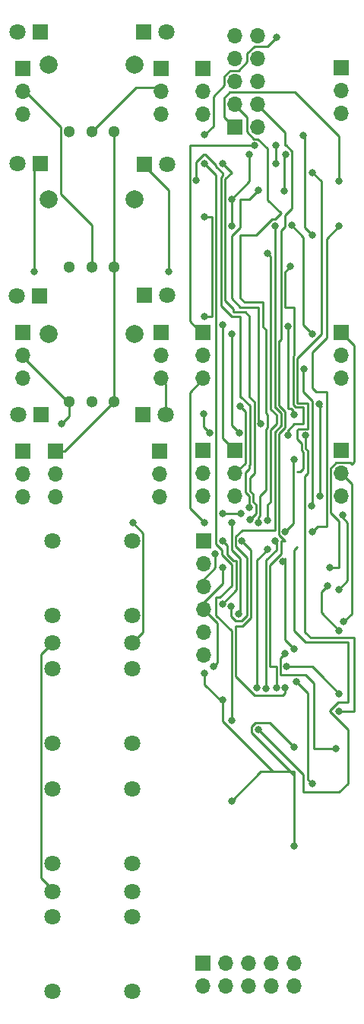
<source format=gbr>
%TF.GenerationSoftware,KiCad,Pcbnew,5.1.8*%
%TF.CreationDate,2020-11-17T21:54:47+01:00*%
%TF.ProjectId,kompas,6b6f6d70-6173-42e6-9b69-6361645f7063,rev?*%
%TF.SameCoordinates,Original*%
%TF.FileFunction,Copper,L2,Bot*%
%TF.FilePolarity,Positive*%
%FSLAX46Y46*%
G04 Gerber Fmt 4.6, Leading zero omitted, Abs format (unit mm)*
G04 Created by KiCad (PCBNEW 5.1.8) date 2020-11-17 21:54:47*
%MOMM*%
%LPD*%
G01*
G04 APERTURE LIST*
%TA.AperFunction,ComponentPad*%
%ADD10C,1.800000*%
%TD*%
%TA.AperFunction,ComponentPad*%
%ADD11O,1.700000X1.700000*%
%TD*%
%TA.AperFunction,ComponentPad*%
%ADD12R,1.700000X1.700000*%
%TD*%
%TA.AperFunction,ComponentPad*%
%ADD13R,1.800000X1.800000*%
%TD*%
%TA.AperFunction,ComponentPad*%
%ADD14C,1.300000*%
%TD*%
%TA.AperFunction,ComponentPad*%
%ADD15C,2.000000*%
%TD*%
%TA.AperFunction,ViaPad*%
%ADD16C,0.800000*%
%TD*%
%TA.AperFunction,Conductor*%
%ADD17C,0.250000*%
%TD*%
G04 APERTURE END LIST*
D10*
%TO.P,J_OUT0,3*%
%TO.N,OUT0_T*%
X102906116Y-119515380D03*
%TO.P,J_OUT0,2*%
%TO.N,Net-(J_OUT0-Pad2)*%
X102906116Y-111215380D03*
%TD*%
%TO.P,J_IN0,3*%
%TO.N,IN0_T*%
X94016116Y-119515380D03*
%TO.P,J_IN0,2*%
%TO.N,Net-(J_IN0-Pad2)*%
X94016116Y-111215380D03*
%TD*%
%TO.P,J_IN2,3*%
%TO.N,IN2_T*%
X93980000Y-147160000D03*
%TO.P,J_IN2,2*%
%TO.N,Net-(J_IN2-Pad2)*%
X93980000Y-138860000D03*
%TD*%
%TO.P,J_OUT2,3*%
%TO.N,OUT2_T*%
X102870000Y-147160000D03*
%TO.P,J_OUT2,2*%
%TO.N,Net-(J_OUT2-Pad2)*%
X102870000Y-138860000D03*
%TD*%
D11*
%TO.P,J6,3*%
%TO.N,LED1_A_B*%
X110771692Y-49486200D03*
%TO.P,J6,2*%
%TO.N,POT1_B*%
X110771692Y-46946200D03*
D12*
%TO.P,J6,1*%
%TO.N,LED0_A_B*%
X110771692Y-44406200D03*
%TD*%
%TO.P,J20,1*%
%TO.N,VCC_T*%
X94363691Y-87062793D03*
D11*
%TO.P,J20,2*%
%TO.N,RESET_T*%
X94363691Y-89602793D03*
%TO.P,J20,3*%
%TO.N,CLOCK_T*%
X94363691Y-92142793D03*
%TD*%
%TO.P,J12,3*%
%TO.N,CLOCK_B*%
X114366008Y-92052988D03*
%TO.P,J12,2*%
%TO.N,RESET_B*%
X114366008Y-89512988D03*
D12*
%TO.P,J12,1*%
%TO.N,VCC_B*%
X114366008Y-86972988D03*
%TD*%
D11*
%TO.P,J19,3*%
%TO.N,CLOCK_LED_T*%
X90720271Y-78853952D03*
%TO.P,J19,2*%
%TO.N,GND_T*%
X90720271Y-76313952D03*
D12*
%TO.P,J19,1*%
%TO.N,LED2_A_T*%
X90720271Y-73773952D03*
%TD*%
D11*
%TO.P,J18,3*%
%TO.N,OUT2_T*%
X105918000Y-92138500D03*
%TO.P,J18,2*%
%TO.N,OUT1_T*%
X105918000Y-89598500D03*
D12*
%TO.P,J18,1*%
%TO.N,OUT0_T*%
X105918000Y-87058500D03*
%TD*%
D11*
%TO.P,J16,3*%
%TO.N,IN2_T*%
X90741500Y-92138500D03*
%TO.P,J16,2*%
%TO.N,IN1_T*%
X90741500Y-89598500D03*
D12*
%TO.P,J16,1*%
%TO.N,IN0_T*%
X90741500Y-87058500D03*
%TD*%
D11*
%TO.P,J15,3*%
%TO.N,RESET_LED_T*%
X106107362Y-78853952D03*
%TO.P,J15,2*%
%TO.N,POT2_T*%
X106107362Y-76313952D03*
D12*
%TO.P,J15,1*%
%TO.N,OUT_LED2_T*%
X106107362Y-73773952D03*
%TD*%
D11*
%TO.P,J14,3*%
%TO.N,OUT_LED1_T*%
X106104316Y-49515441D03*
%TO.P,J14,2*%
%TO.N,POT0_T*%
X106104316Y-46975441D03*
D12*
%TO.P,J14,1*%
%TO.N,OUT_LED0_T*%
X106104316Y-44435441D03*
%TD*%
D11*
%TO.P,J13,3*%
%TO.N,LED1_A_T*%
X90703287Y-49538670D03*
%TO.P,J13,2*%
%TO.N,POT1_T*%
X90703287Y-46998670D03*
D12*
%TO.P,J13,1*%
%TO.N,LED0_A_T*%
X90703287Y-44458670D03*
%TD*%
D11*
%TO.P,J11,3*%
%TO.N,CLOCK_LED_B*%
X110745537Y-78856062D03*
%TO.P,J11,2*%
%TO.N,GND_B*%
X110745537Y-76316062D03*
D12*
%TO.P,J11,1*%
%TO.N,LED2_A_B*%
X110745537Y-73776062D03*
%TD*%
D11*
%TO.P,J10,3*%
%TO.N,OUT2_B*%
X126181747Y-92043749D03*
%TO.P,J10,2*%
%TO.N,OUT1_B*%
X126181747Y-89503749D03*
D12*
%TO.P,J10,1*%
%TO.N,OUT0_B*%
X126181747Y-86963749D03*
%TD*%
D11*
%TO.P,J9,3*%
%TO.N,IN2_B*%
X110754167Y-92052988D03*
%TO.P,J9,2*%
%TO.N,IN1_B*%
X110754167Y-89512988D03*
D12*
%TO.P,J9,1*%
%TO.N,IN0_B*%
X110754167Y-86972988D03*
%TD*%
D11*
%TO.P,J8,3*%
%TO.N,RESET_LED_B*%
X126167215Y-78856062D03*
%TO.P,J8,2*%
%TO.N,POT2_B*%
X126167215Y-76316062D03*
D12*
%TO.P,J8,1*%
%TO.N,OUT_LED2_B*%
X126167215Y-73776062D03*
%TD*%
D11*
%TO.P,J7,3*%
%TO.N,OUT_LED1_B*%
X126195950Y-49439741D03*
%TO.P,J7,2*%
%TO.N,POT0_B*%
X126195950Y-46899741D03*
D12*
%TO.P,J7,1*%
%TO.N,OUT_LED0_B*%
X126195950Y-44359741D03*
%TD*%
D10*
%TO.P,D2,2*%
%TO.N,OUT_LED0_T*%
X106728923Y-40377027D03*
D13*
%TO.P,D2,1*%
%TO.N,Net-(D2-Pad1)*%
X104188923Y-40377027D03*
%TD*%
D10*
%TO.P,D3,2*%
%TO.N,OUT_LED1_T*%
X106786157Y-55117030D03*
D13*
%TO.P,D3,1*%
%TO.N,Net-(D3-Pad1)*%
X104246157Y-55117030D03*
%TD*%
D11*
%TO.P,J4,10*%
%TO.N,LED0_A_B*%
X116889899Y-40785061D03*
%TO.P,J4,9*%
%TO.N,LED0*%
X114349899Y-40785061D03*
%TO.P,J4,8*%
%TO.N,LED1_A_B*%
X116889899Y-43325061D03*
%TO.P,J4,7*%
%TO.N,LED1*%
X114349899Y-43325061D03*
%TO.P,J4,6*%
%TO.N,LED2_A_B*%
X116889899Y-45865061D03*
%TO.P,J4,5*%
%TO.N,LED2*%
X114349899Y-45865061D03*
%TO.P,J4,4*%
%TO.N,PB0*%
X116889899Y-48405061D03*
%TO.P,J4,3*%
%TO.N,PD7*%
X114349899Y-48405061D03*
%TO.P,J4,2*%
%TO.N,Net-(F2-Pad2)*%
X116889899Y-50945061D03*
D12*
%TO.P,J4,1*%
%TO.N,VCC_B*%
X114349899Y-50945061D03*
%TD*%
D11*
%TO.P,J5,6*%
%TO.N,GND_B*%
X110860247Y-109721988D03*
%TO.P,J5,5*%
X110860247Y-107181988D03*
%TO.P,J5,4*%
%TO.N,VCC_B*%
X110860247Y-104641988D03*
%TO.P,J5,3*%
%TO.N,RXI*%
X110860247Y-102101988D03*
%TO.P,J5,2*%
%TO.N,TXO*%
X110860247Y-99561988D03*
D12*
%TO.P,J5,1*%
%TO.N,Net-(C5-Pad1)*%
X110860247Y-97021988D03*
%TD*%
D10*
%TO.P,D4,2*%
%TO.N,OUT_LED2_T*%
X106761460Y-69680369D03*
D13*
%TO.P,D4,1*%
%TO.N,Net-(D4-Pad1)*%
X104221460Y-69680369D03*
%TD*%
D14*
%TO.P,RV2,1*%
%TO.N,GND_T*%
X95895890Y-81500000D03*
%TO.P,RV2,2*%
%TO.N,POT2_T*%
X98395890Y-81500000D03*
%TO.P,RV2,3*%
%TO.N,VCC_T*%
X100895890Y-81500000D03*
D15*
%TO.P,RV2,*%
%TO.N,*%
X93595890Y-74000000D03*
X103195890Y-74000000D03*
%TD*%
D10*
%TO.P,J_OUT1,3*%
%TO.N,OUT1_T*%
X102870000Y-124620000D03*
%TO.P,J_OUT1,1*%
%TO.N,GND_T*%
X102870000Y-136020000D03*
%TO.P,J_OUT1,2*%
%TO.N,Net-(J_OUT1-Pad2)*%
X102870000Y-132920000D03*
%TD*%
%TO.P,J_IN1,3*%
%TO.N,IN1_T*%
X93980000Y-124620000D03*
%TO.P,J_IN1,1*%
%TO.N,GND_T*%
X93980000Y-136020000D03*
%TO.P,J_IN1,2*%
%TO.N,Net-(J_IN1-Pad2)*%
X93980000Y-132920000D03*
%TD*%
%TO.P,D9,2*%
%TO.N,LED2_A_T*%
X90039574Y-69713968D03*
D13*
%TO.P,D9,1*%
%TO.N,Net-(D9-Pad1)*%
X92579574Y-69713968D03*
%TD*%
D10*
%TO.P,D8,2*%
%TO.N,LED1_A_T*%
X90118652Y-55020267D03*
D13*
%TO.P,D8,1*%
%TO.N,Net-(D8-Pad1)*%
X92658652Y-55020267D03*
%TD*%
D10*
%TO.P,J_CLOCK0,3*%
%TO.N,CLOCK_T*%
X94016116Y-96975380D03*
%TO.P,J_CLOCK0,1*%
%TO.N,GND_T*%
X94016116Y-108375380D03*
%TO.P,J_CLOCK0,2*%
%TO.N,Net-(J_CLOCK0-Pad2)*%
X94016116Y-105275380D03*
%TD*%
%TO.P,D5,2*%
%TO.N,CLOCK_LED_T*%
X90170000Y-82931000D03*
D13*
%TO.P,D5,1*%
%TO.N,Net-(D5-Pad1)*%
X92710000Y-82931000D03*
%TD*%
D10*
%TO.P,D6,2*%
%TO.N,RESET_LED_T*%
X106650890Y-82917387D03*
D13*
%TO.P,D6,1*%
%TO.N,Net-(D6-Pad1)*%
X104110890Y-82917387D03*
%TD*%
D12*
%TO.P,J_POWER0,1*%
%TO.N,Net-(F1-Pad2)*%
X110796747Y-144011988D03*
D11*
%TO.P,J_POWER0,2*%
X110796747Y-146551988D03*
%TO.P,J_POWER0,3*%
%TO.N,GND_B*%
X113336747Y-144011988D03*
%TO.P,J_POWER0,4*%
X113336747Y-146551988D03*
%TO.P,J_POWER0,5*%
X115876747Y-144011988D03*
%TO.P,J_POWER0,6*%
X115876747Y-146551988D03*
%TO.P,J_POWER0,7*%
X118416747Y-144011988D03*
%TO.P,J_POWER0,8*%
X118416747Y-146551988D03*
%TO.P,J_POWER0,9*%
%TO.N,Net-(J_POWER0-Pad10)*%
X120956747Y-144011988D03*
%TO.P,J_POWER0,10*%
X120956747Y-146551988D03*
%TD*%
D10*
%TO.P,J_RESET0,3*%
%TO.N,RESET_T*%
X102906116Y-96975380D03*
%TO.P,J_RESET0,1*%
%TO.N,GND_T*%
X102906116Y-108375380D03*
%TO.P,J_RESET0,2*%
%TO.N,Net-(J_RESET0-Pad2)*%
X102906116Y-105275380D03*
%TD*%
%TO.P,D7,2*%
%TO.N,LED0_A_T*%
X90097039Y-40400894D03*
D13*
%TO.P,D7,1*%
%TO.N,Net-(D7-Pad1)*%
X92637039Y-40400894D03*
%TD*%
D14*
%TO.P,RV0,1*%
%TO.N,GND_T*%
X95895890Y-51500000D03*
%TO.P,RV0,2*%
%TO.N,POT0_T*%
X98395890Y-51500000D03*
%TO.P,RV0,3*%
%TO.N,VCC_T*%
X100895890Y-51500000D03*
D15*
%TO.P,RV0,*%
%TO.N,*%
X93595890Y-44000000D03*
X103195890Y-44000000D03*
%TD*%
D14*
%TO.P,RV1,1*%
%TO.N,GND_T*%
X95895890Y-66500000D03*
%TO.P,RV1,2*%
%TO.N,POT1_T*%
X98395890Y-66500000D03*
%TO.P,RV1,3*%
%TO.N,VCC_T*%
X100895890Y-66500000D03*
D15*
%TO.P,RV1,*%
%TO.N,*%
X93595890Y-59000000D03*
X103195890Y-59000000D03*
%TD*%
D16*
%TO.N,Net-(D3-Pad1)*%
X107000000Y-67000000D03*
%TO.N,Net-(D8-Pad1)*%
X92000000Y-67000000D03*
%TO.N,LED0*%
X118780237Y-61993988D03*
X113913354Y-104288400D03*
X118942594Y-55006641D03*
X118942594Y-53006641D03*
%TO.N,LED1*%
X110955247Y-54993988D03*
X113955247Y-116993988D03*
%TO.N,LED2*%
X112955247Y-54993988D03*
X116793247Y-113367988D03*
X117942594Y-97981335D03*
X116003070Y-94669834D03*
%TO.N,PB0*%
X118955247Y-113367988D03*
%TO.N,PD7*%
X117787387Y-113476113D03*
X118780237Y-97043142D03*
X116955247Y-94993988D03*
%TO.N,RXI*%
X112157245Y-98443989D03*
%TO.N,TXO*%
X110860247Y-99561988D03*
%TO.N,Net-(Q1-Pad2)*%
X120230247Y-73128289D03*
X120955247Y-82993988D03*
%TO.N,Net-(Q2-Pad2)*%
X116955247Y-57993988D03*
X117230237Y-83993988D03*
%TO.N,OUT1*%
X122955247Y-55993988D03*
X116955247Y-117993988D03*
%TO.N,OUT0*%
X119955247Y-113367988D03*
X118955247Y-40993988D03*
X110955247Y-51818978D03*
X110942594Y-60981335D03*
X110942594Y-72006641D03*
X113955247Y-73993988D03*
X114816009Y-84993988D03*
X112955247Y-93993988D03*
X115004401Y-93944834D03*
X115130257Y-96993988D03*
%TO.N,IN2*%
X125955247Y-61993988D03*
X119955247Y-109517988D03*
X125565747Y-120139316D03*
X122942594Y-96006641D03*
%TO.N,IN0*%
X120955247Y-109042989D03*
X119667870Y-99306670D03*
X117955247Y-94718988D03*
X117955247Y-64993988D03*
%TO.N,IN1*%
X122844338Y-93104897D03*
X120666257Y-61917345D03*
X122942594Y-73981335D03*
X122017889Y-77889402D03*
%TO.N,OUT_LED2_B*%
X124955247Y-99993988D03*
%TO.N,CLOCK_LED_B*%
X114787094Y-105162141D03*
X110955247Y-94993988D03*
X113955247Y-94993988D03*
%TO.N,RESET_LED_B*%
X112955247Y-104001989D03*
X112955247Y-96993988D03*
%TO.N,LED2_A_B*%
X116568249Y-52993988D03*
%TO.N,POT0_B*%
X120557187Y-66485734D03*
X120230247Y-85281852D03*
%TO.N,POT1_B*%
X110030257Y-56892896D03*
X115955247Y-93281740D03*
%TO.N,POT2_B*%
X119955247Y-95993988D03*
X120967900Y-87981335D03*
%TO.N,OUT2_B*%
X126376195Y-94171128D03*
X125955247Y-102405990D03*
%TO.N,OUT1_B*%
X126480227Y-105993988D03*
%TO.N,OUT0_B*%
X122223384Y-85262125D03*
X125967900Y-115981335D03*
%TO.N,RESET_B*%
X114955247Y-81993988D03*
%TO.N,GND_B*%
X112954558Y-114698988D03*
X120955247Y-130993988D03*
X110955247Y-111773987D03*
X113955247Y-61993988D03*
X113955247Y-58993988D03*
X120955247Y-119993988D03*
X115955247Y-53993988D03*
X122955247Y-62993988D03*
X121932994Y-51844579D03*
X110832094Y-82870835D03*
X111505246Y-84993988D03*
X113955247Y-125993988D03*
%TO.N,VCC_B*%
X125955247Y-56993988D03*
X112955247Y-72993988D03*
X121193247Y-112642988D03*
X122955247Y-124052518D03*
X123698078Y-81736819D03*
X123831736Y-91993988D03*
X119808126Y-58034701D03*
X119967900Y-53981335D03*
X124680247Y-101993988D03*
X125955247Y-106993988D03*
X125955247Y-113993988D03*
X120130257Y-110993988D03*
X112955247Y-99993988D03*
X111955247Y-110993988D03*
X111955247Y-110993988D03*
%TO.N,GND_T*%
X103000000Y-95000000D03*
X95000000Y-84000000D03*
%TD*%
D17*
%TO.N,Net-(D3-Pad1)*%
X104246157Y-55117030D02*
X104117030Y-55117030D01*
X107000000Y-58000000D02*
X107000000Y-67000000D01*
X104117030Y-55117030D02*
X107000000Y-58000000D01*
%TO.N,Net-(D8-Pad1)*%
X92000000Y-55678919D02*
X92658652Y-55020267D01*
X92000000Y-67000000D02*
X92000000Y-55678919D01*
%TO.N,LED0*%
X113913354Y-105361403D02*
X113913354Y-104288400D01*
X115135095Y-105887142D02*
X114439093Y-105887142D01*
X114439093Y-105887142D02*
X113913354Y-105361403D01*
X115680248Y-105341989D02*
X115135095Y-105887142D01*
X118942594Y-55006641D02*
X118942594Y-53006641D01*
X115157237Y-95791998D02*
X114405257Y-96543978D01*
X118780237Y-95791998D02*
X115157237Y-95791998D01*
X118780237Y-84896178D02*
X118780237Y-95791998D01*
X119505237Y-84171178D02*
X118780237Y-84896178D01*
X119505237Y-82816798D02*
X119505237Y-84171178D01*
X118780237Y-61993988D02*
X118780237Y-82168998D01*
X119505237Y-82816798D02*
X118780238Y-82091799D01*
X115680248Y-98891987D02*
X115680248Y-105341989D01*
X114405257Y-97616996D02*
X115680248Y-98891987D01*
X114405257Y-97443998D02*
X114405257Y-97616996D01*
X114405257Y-96543978D02*
X114405257Y-97443998D01*
%TO.N,LED1*%
X113955247Y-106993988D02*
X113955247Y-116993988D01*
X112230246Y-97341989D02*
X112505237Y-97616980D01*
X112230246Y-56268987D02*
X112230246Y-97341989D01*
X112230246Y-105268987D02*
X113955247Y-106993988D01*
X110955247Y-54993988D02*
X112230246Y-56268987D01*
X113955247Y-101993988D02*
X112680248Y-103268987D01*
X113955247Y-99630398D02*
X113955247Y-101993988D01*
X112680248Y-103268987D02*
X112230246Y-103268987D01*
X112230246Y-97341989D02*
X112882245Y-97993988D01*
X112882245Y-98557396D02*
X113955247Y-99630398D01*
X112230246Y-103268987D02*
X112230246Y-105268987D01*
X112882245Y-97993988D02*
X112882245Y-98557396D01*
%TO.N,LED2*%
X116793247Y-113367988D02*
X116793247Y-99155988D01*
X116793247Y-99155988D02*
X117955247Y-97993988D01*
X117955247Y-97993988D02*
X117942594Y-97981335D01*
X113955247Y-55993988D02*
X112955247Y-54993988D01*
X113230247Y-70268988D02*
X113230246Y-56718989D01*
X114141647Y-71180388D02*
X113230247Y-70268988D01*
X116680248Y-93992656D02*
X116680248Y-92933739D01*
X116405257Y-92658748D02*
X116405256Y-91807587D01*
X116405256Y-91807587D02*
X115991019Y-91393350D01*
X115991019Y-91393350D02*
X115991019Y-89958216D01*
X116680248Y-92933739D02*
X116405257Y-92658748D01*
X115991019Y-89958216D02*
X116505237Y-89443998D01*
X116505237Y-81543978D02*
X115955247Y-80993988D01*
X116505237Y-89443998D02*
X116505237Y-81543978D01*
X115955247Y-80993988D02*
X115955247Y-71993988D01*
X116003070Y-94669834D02*
X116680248Y-93992656D01*
X115505237Y-71543978D02*
X114141647Y-71543978D01*
X115955247Y-71993988D02*
X115505237Y-71543978D01*
X113230246Y-56718989D02*
X113955247Y-55993988D01*
X114141647Y-71543978D02*
X114141647Y-71180388D01*
%TO.N,PB0*%
X116829247Y-48453988D02*
X119955247Y-51579988D01*
X119955247Y-51579988D02*
X119955247Y-52993988D01*
X119230247Y-79993988D02*
X119230247Y-80268988D01*
X120053555Y-52993988D02*
X120692901Y-53633334D01*
X119955247Y-52993988D02*
X120053555Y-52993988D01*
X120691637Y-59993988D02*
X120691637Y-59732906D01*
X119941256Y-60744369D02*
X120691637Y-59993988D01*
X120691637Y-59732906D02*
X120692901Y-59731642D01*
X119941256Y-62007979D02*
X119941256Y-60744369D01*
X119505237Y-62443998D02*
X119941256Y-62007979D01*
X119505237Y-74543978D02*
X119505237Y-62443998D01*
X119230247Y-80268988D02*
X119230247Y-75718988D01*
X120692901Y-53633334D02*
X120692901Y-59731642D01*
X119230247Y-74718988D02*
X119230247Y-75993988D01*
X119330227Y-74718988D02*
X119505237Y-74543978D01*
X119230247Y-74718988D02*
X119330227Y-74718988D01*
X119230247Y-81268988D02*
X119230247Y-80268988D01*
X119230247Y-81905398D02*
X119230247Y-81268988D01*
X119955247Y-82630398D02*
X119230247Y-81905398D01*
X119505237Y-96993988D02*
X119882245Y-96993988D01*
X119505237Y-98443998D02*
X119505237Y-96993988D01*
X119955247Y-84357578D02*
X119955247Y-82630398D01*
X118237397Y-99711838D02*
X119505237Y-98443998D01*
X119230247Y-85082578D02*
X119955247Y-84357578D01*
X118237397Y-110993988D02*
X118237397Y-99711838D01*
X118955247Y-110993988D02*
X118237397Y-110993988D01*
X119230247Y-96341990D02*
X119230247Y-85082578D01*
X119882245Y-96993988D02*
X119230247Y-96341990D01*
X118955247Y-113367988D02*
X118955247Y-110993988D01*
%TO.N,PD7*%
X117787387Y-113476113D02*
X117787387Y-99161848D01*
X117787387Y-99161848D02*
X118955247Y-97993988D01*
X118955247Y-97218152D02*
X118780237Y-97043142D01*
X118955247Y-97993988D02*
X118955247Y-97218152D01*
X117130258Y-91993988D02*
X117130258Y-94179056D01*
X117768847Y-91355399D02*
X117130258Y-91993988D01*
X117768847Y-84543978D02*
X117768847Y-91355399D01*
X117955247Y-82993988D02*
X117955247Y-84357578D01*
X117768847Y-82807588D02*
X117955247Y-82993988D01*
X117768847Y-73443998D02*
X117768847Y-82807588D01*
X116955247Y-94354067D02*
X116955247Y-94993988D01*
X117505237Y-70443998D02*
X117505237Y-73180388D01*
X118856871Y-61192344D02*
X118508879Y-61192344D01*
X117130258Y-94179056D02*
X116955247Y-94354067D01*
X114289247Y-48453988D02*
X115654246Y-49818987D01*
X114955247Y-62993988D02*
X114955247Y-69993988D01*
X117955247Y-84357578D02*
X117768847Y-84543978D01*
X118004248Y-59042989D02*
X119505237Y-60543978D01*
X117505237Y-73180388D02*
X117768847Y-73443998D01*
X114955247Y-69993988D02*
X115405257Y-70443998D01*
X119505237Y-60543978D02*
X118856871Y-61192344D01*
X118508879Y-61192344D02*
X116707235Y-62993988D01*
X116707235Y-62993988D02*
X114955247Y-62993988D01*
X115405257Y-70443998D02*
X117505237Y-70443998D01*
X116916250Y-52268987D02*
X117955247Y-53307984D01*
X116474823Y-52268987D02*
X116916250Y-52268987D01*
X115654246Y-51448410D02*
X116474823Y-52268987D01*
X115654246Y-49818987D02*
X115654246Y-51448410D01*
X117955247Y-53307984D02*
X117955247Y-58993988D01*
%TO.N,RXI*%
X112157245Y-98443989D02*
X112157245Y-98195986D01*
X110860247Y-101300990D02*
X110860247Y-102101988D01*
X112157245Y-100003992D02*
X110860247Y-101300990D01*
X112157245Y-98443989D02*
X112157245Y-100003992D01*
%TO.N,Net-(Q1-Pad2)*%
X120881215Y-82556366D02*
X120881215Y-82919956D01*
X120593837Y-82268988D02*
X120881215Y-82556366D01*
X120230247Y-82268988D02*
X120593837Y-82268988D01*
X120230247Y-73128289D02*
X120230247Y-82268988D01*
%TO.N,Net-(Q2-Pad2)*%
X116955247Y-70993988D02*
X114955247Y-70993988D01*
X116955247Y-70993988D02*
X116955247Y-83993988D01*
X114955247Y-70993988D02*
X113955247Y-69993988D01*
X114019457Y-69929778D02*
X114019457Y-63058198D01*
X113955247Y-69993988D02*
X114019457Y-69929778D01*
X114019457Y-63058198D02*
X114955247Y-62122408D01*
X114955247Y-62122408D02*
X114955247Y-58993988D01*
X115955247Y-58993988D02*
X116955247Y-57993988D01*
X114955247Y-58993988D02*
X115955247Y-58993988D01*
%TO.N,OUT1*%
X121955247Y-88993988D02*
X121955247Y-87080408D01*
X121617605Y-89331630D02*
X121955247Y-88993988D01*
X123955247Y-56993988D02*
X122955247Y-55993988D01*
X120955247Y-97993988D02*
X121292889Y-97656346D01*
X116955247Y-117993988D02*
X121955247Y-122993988D01*
X122217593Y-108256334D02*
X120955247Y-106993988D01*
X126955247Y-123993988D02*
X126955247Y-117993988D01*
X121955247Y-124993988D02*
X125955247Y-124993988D01*
X121292889Y-89331630D02*
X121617605Y-89331630D01*
X126955247Y-117993988D02*
X124955247Y-115993988D01*
X121773374Y-86136831D02*
X121292889Y-85656346D01*
X124955247Y-115920986D02*
X125882245Y-114993988D01*
X125955247Y-124993988D02*
X126955247Y-123993988D01*
X123955247Y-73993988D02*
X123955247Y-56993988D01*
X125882245Y-114993988D02*
X126955247Y-114993988D01*
X124955247Y-115993988D02*
X124955247Y-115920986D01*
X121955247Y-87080408D02*
X121773374Y-86898535D01*
X121955247Y-122993988D02*
X121955247Y-124993988D01*
X126955247Y-114993988D02*
X126955247Y-108256334D01*
X121292889Y-76656346D02*
X123955247Y-73993988D01*
X121773374Y-86898535D02*
X121773374Y-86136831D01*
X126955247Y-108256334D02*
X122217593Y-108256334D01*
X120955247Y-106993988D02*
X120955247Y-97993988D01*
X121292889Y-81656346D02*
X122505237Y-81656346D01*
X121292889Y-81656346D02*
X121292889Y-76656346D01*
X122505237Y-81656346D02*
X122505237Y-84537124D01*
X121412111Y-84537124D02*
X121292889Y-84656346D01*
X122505237Y-84537124D02*
X121412111Y-84537124D01*
X121292889Y-85656346D02*
X121292889Y-84656346D01*
%TO.N,OUT0*%
X119955247Y-113367988D02*
X119955247Y-112993988D01*
X110942594Y-60981335D02*
X111767583Y-60981335D01*
X111767583Y-60981335D02*
X111780236Y-60993988D01*
X111780236Y-60993988D02*
X111780236Y-71993988D01*
X110955247Y-71993988D02*
X110942594Y-72006641D01*
X111780236Y-71993988D02*
X110955247Y-71993988D01*
X113955247Y-84133226D02*
X114816009Y-84993988D01*
X113955247Y-73993988D02*
X113955247Y-84133226D01*
X112955247Y-93993988D02*
X114028249Y-93993988D01*
X115168931Y-106489716D02*
X116130258Y-105528389D01*
X114405257Y-112053000D02*
X114405257Y-106489716D01*
X116553371Y-114201114D02*
X114405257Y-112053000D01*
X114405257Y-106489716D02*
X115168931Y-106489716D01*
X119687806Y-114201114D02*
X116553371Y-114201114D01*
X119955247Y-113933673D02*
X119687806Y-114201114D01*
X119955247Y-113367988D02*
X119955247Y-113933673D01*
X114028249Y-93993988D02*
X114955247Y-93993988D01*
X114955247Y-93993988D02*
X115004401Y-93944834D01*
X116130258Y-97993989D02*
X116130258Y-98818977D01*
X115130257Y-96993988D02*
X116130258Y-97993989D01*
X116130258Y-98818977D02*
X116130258Y-98720669D01*
X116130258Y-105528389D02*
X116130258Y-98818977D01*
X117989174Y-41960062D02*
X118224618Y-41724618D01*
X116515896Y-41960062D02*
X117989174Y-41960062D01*
X115714898Y-42761060D02*
X116515896Y-41960062D01*
X113785898Y-44690060D02*
X114723902Y-44690060D01*
X114723902Y-44690060D02*
X115714898Y-43699064D01*
X113174898Y-45301060D02*
X113785898Y-44690060D01*
X111946693Y-47553307D02*
X113174898Y-46325102D01*
X111946693Y-50827532D02*
X111946693Y-47553307D01*
X115714898Y-43699064D02*
X115714898Y-42761060D01*
X110955247Y-51818978D02*
X111946693Y-50827532D01*
X118224618Y-41724618D02*
X117940246Y-42008989D01*
X113174898Y-46325102D02*
X113174898Y-45301060D01*
X118955247Y-40993988D02*
X118224618Y-41724618D01*
%TO.N,IN2*%
X125955247Y-61993988D02*
X124556736Y-63392499D01*
X125565747Y-120139316D02*
X123100575Y-120139316D01*
X123556736Y-95392499D02*
X124556736Y-95392499D01*
X122942594Y-96006641D02*
X123556736Y-95392499D01*
X122169902Y-111917987D02*
X119405257Y-111917987D01*
X123100575Y-112848660D02*
X122169902Y-111917987D01*
X123100575Y-120139316D02*
X123100575Y-112848660D01*
X119405257Y-110067978D02*
X119955247Y-109517988D01*
X119405257Y-111917987D02*
X119405257Y-110067978D01*
X124556736Y-80392499D02*
X123353758Y-80392499D01*
X124556736Y-80392499D02*
X124556736Y-95392499D01*
X123353758Y-80392499D02*
X122955247Y-79993988D01*
X122955247Y-79993988D02*
X122955247Y-75993988D01*
X122955247Y-75993988D02*
X124556736Y-74392499D01*
X124556736Y-63392499D02*
X124556736Y-74392499D01*
%TO.N,IN0*%
X120955247Y-109042989D02*
X119955247Y-108042989D01*
X119955247Y-108042989D02*
X119955247Y-98993988D01*
X119955247Y-99019293D02*
X119667870Y-99306670D01*
X119955247Y-98993988D02*
X119955247Y-99019293D01*
X117955247Y-92993988D02*
X117955247Y-94718988D01*
X118330227Y-92619008D02*
X117955247Y-92993988D01*
X118330227Y-84619008D02*
X118330227Y-92619008D01*
X118955247Y-83993988D02*
X118330227Y-84619008D01*
X118955247Y-82993988D02*
X118955247Y-83993988D01*
X118330227Y-82368968D02*
X118955247Y-82993988D01*
X118330227Y-65368968D02*
X118330227Y-82368968D01*
X117955247Y-64993988D02*
X118330227Y-65368968D01*
%TO.N,IN1*%
X122844338Y-93104897D02*
X122955247Y-92993988D01*
X122955247Y-81406648D02*
X121955247Y-80406648D01*
X122955247Y-92993988D02*
X122955247Y-81406648D01*
X121955247Y-80406648D02*
X121955247Y-77993988D01*
X120666257Y-61917345D02*
X121955247Y-63206335D01*
X121955247Y-72993988D02*
X122942594Y-73981335D01*
X121955247Y-63206335D02*
X121955247Y-72993988D01*
%TO.N,OUT_LED2_B*%
X126680248Y-73497874D02*
X126193710Y-73984412D01*
X124955247Y-99993988D02*
X125955247Y-99993988D01*
X127212894Y-88328748D02*
X127380247Y-88496101D01*
X125955247Y-94823182D02*
X125006746Y-93874681D01*
X125617746Y-88328748D02*
X127212894Y-88328748D01*
X125006746Y-88939748D02*
X125617746Y-88328748D01*
X125955247Y-99993988D02*
X125955247Y-94823182D01*
X127380247Y-88496101D02*
X127655237Y-88221111D01*
X125006746Y-93874681D02*
X125006746Y-88939748D01*
X127655237Y-75264084D02*
X126167215Y-73776062D01*
X127655237Y-88221111D02*
X127655237Y-75264084D01*
%TO.N,CLOCK_LED_B*%
X109305257Y-80501978D02*
X109305257Y-93343998D01*
X110733247Y-79073988D02*
X109305257Y-80501978D01*
X109305257Y-93343998D02*
X110955247Y-94993988D01*
X113955247Y-96920986D02*
X113955247Y-94993988D01*
X113955247Y-97993988D02*
X114955247Y-98993988D01*
X113955247Y-97993988D02*
X113955247Y-96920986D01*
X114955247Y-98993988D02*
X114955247Y-104993988D01*
%TO.N,RESET_LED_B*%
X113505237Y-98543978D02*
X113505237Y-97543978D01*
X114141647Y-99180388D02*
X113505237Y-98543978D01*
X114505237Y-99180388D02*
X114141647Y-99180388D01*
X113505237Y-97543978D02*
X112955247Y-96993988D01*
X114505237Y-102451999D02*
X114505237Y-99180388D01*
X112955247Y-104001989D02*
X114505237Y-102451999D01*
%TO.N,LED2_A_B*%
X116568249Y-52993988D02*
X115955247Y-52993988D01*
X116568249Y-52993988D02*
X109305257Y-52993988D01*
X109305257Y-72565998D02*
X110733247Y-73993988D01*
X109305257Y-52993988D02*
X109305257Y-72565998D01*
%TO.N,POT0_B*%
X121955247Y-82106356D02*
X121955247Y-83993988D01*
X121106489Y-82106356D02*
X121955247Y-82106356D01*
X120881753Y-81881620D02*
X121106489Y-82106356D01*
X120955247Y-76357578D02*
X120842879Y-76469946D01*
X120955247Y-70993988D02*
X120955247Y-76357578D01*
X119955247Y-70993988D02*
X120955247Y-70993988D01*
X119955247Y-67087674D02*
X119955247Y-70993988D01*
X120842879Y-76469946D02*
X120842879Y-81881620D01*
X120557187Y-66485734D02*
X119955247Y-67087674D01*
X120230247Y-85281852D02*
X120230247Y-84718988D01*
X120230247Y-84718988D02*
X120955247Y-83993988D01*
X120955247Y-83993988D02*
X121955247Y-83993988D01*
%TO.N,POT1_B*%
X112230246Y-55341989D02*
X112955247Y-56066990D01*
X112230246Y-55195985D02*
X112230246Y-55341989D01*
X111028249Y-53993988D02*
X112230246Y-55195985D01*
X112780236Y-56532589D02*
X112780237Y-62528390D01*
X112955247Y-56357578D02*
X112780236Y-56532589D01*
X112955247Y-56066990D02*
X112955247Y-56357578D01*
X111028249Y-53993988D02*
X110955247Y-53993988D01*
X110030257Y-54845976D02*
X110030257Y-56892896D01*
X110882245Y-53993988D02*
X110030257Y-54845976D01*
X110955247Y-53993988D02*
X110882245Y-53993988D01*
X112780237Y-70818978D02*
X112780237Y-62528390D01*
X114955247Y-71993988D02*
X113955247Y-71993988D01*
X114955247Y-80993988D02*
X114955247Y-71993988D01*
X113955247Y-71993988D02*
X112780237Y-70818978D01*
X115028249Y-80993988D02*
X114955247Y-80993988D01*
X115991019Y-81956758D02*
X115028249Y-80993988D01*
X115955247Y-93281740D02*
X115955247Y-91993988D01*
X115541009Y-91579750D02*
X115541009Y-89408226D01*
X115955247Y-91993988D02*
X115541009Y-91579750D01*
X115541009Y-89408226D02*
X115955247Y-88993988D01*
X115991019Y-88524387D02*
X115991019Y-82029760D01*
X115955247Y-88560159D02*
X115991019Y-88524387D01*
X115955247Y-88993988D02*
X115955247Y-88560159D01*
%TO.N,POT2_B*%
X120842879Y-95106356D02*
X119955247Y-95993988D01*
X120842879Y-89106356D02*
X120842879Y-88956906D01*
X120842879Y-88881620D02*
X120842879Y-89106356D01*
X120842879Y-89106356D02*
X120842879Y-95106356D01*
X120842879Y-88106356D02*
X120955247Y-87993988D01*
X120842879Y-88956906D02*
X120842879Y-88106356D01*
%TO.N,OUT2_B*%
X126376195Y-94171128D02*
X126132387Y-94171128D01*
X126132387Y-94171128D02*
X126906738Y-94945479D01*
X126906738Y-101454499D02*
X125955247Y-102405990D01*
X126906738Y-94945479D02*
X126906738Y-101454499D01*
%TO.N,OUT1_B*%
X127356748Y-90678750D02*
X126181747Y-89503749D01*
X127356748Y-105117467D02*
X127356748Y-90678750D01*
X126480227Y-105993988D02*
X127356748Y-105117467D01*
%TO.N,OUT0_B*%
X125980553Y-115993988D02*
X125967900Y-115981335D01*
X122119337Y-107158078D02*
X122767583Y-107806324D01*
X122119337Y-89829898D02*
X122119337Y-107158078D01*
X127655237Y-107806324D02*
X127655237Y-115993988D01*
X122505237Y-86993988D02*
X122505237Y-89443998D01*
X127655237Y-115993988D02*
X125980553Y-115993988D01*
X122767583Y-107806324D02*
X127655237Y-107806324D01*
X122505237Y-89443998D02*
X122119337Y-89829898D01*
X122223384Y-86712135D02*
X122505237Y-86993988D01*
X122223384Y-85262125D02*
X122223384Y-86712135D01*
%TO.N,RESET_B*%
X115541009Y-88337987D02*
X114366008Y-89512988D01*
X115541009Y-82579750D02*
X115541009Y-88337987D01*
X114955247Y-81993988D02*
X115541009Y-82579750D01*
%TO.N,GND_B*%
X120955247Y-130993988D02*
X120955247Y-122699677D01*
X118587934Y-122699677D02*
X120955247Y-122699677D01*
X112954558Y-117066301D02*
X118587934Y-122699677D01*
X112954558Y-114698988D02*
X112954558Y-117066301D01*
X112954558Y-114698988D02*
X112954558Y-114993299D01*
X110955247Y-112993988D02*
X110955247Y-111993988D01*
X112954558Y-114993299D02*
X110955247Y-112993988D01*
X110955247Y-111993988D02*
X110955247Y-111773987D01*
X113955247Y-61993988D02*
X113955247Y-58993988D01*
X116230246Y-118341989D02*
X120882245Y-122993988D01*
X116230246Y-117645987D02*
X116230246Y-118341989D01*
X116607246Y-117268987D02*
X116230246Y-117645987D01*
X118230246Y-117268987D02*
X116607246Y-117268987D01*
X120955247Y-119993988D02*
X118230246Y-117268987D01*
X115955247Y-56993988D02*
X115955247Y-53993988D01*
X113955247Y-58993988D02*
X115955247Y-56993988D01*
X122130258Y-52041843D02*
X121932994Y-51844579D01*
X122130258Y-62168999D02*
X122130258Y-52041843D01*
X122955247Y-62993988D02*
X122130258Y-62168999D01*
X110832094Y-84320836D02*
X111505246Y-84993988D01*
X110832094Y-82870835D02*
X110832094Y-84320836D01*
X117249558Y-122699677D02*
X118587934Y-122699677D01*
X113955247Y-125993988D02*
X117249558Y-122699677D01*
%TO.N,RESET_LED_T*%
X106650890Y-79613252D02*
X106108062Y-79070424D01*
X106650890Y-82917387D02*
X106650890Y-79613252D01*
%TO.N,POT0_T*%
X103355890Y-46540000D02*
X98395890Y-51500000D01*
X106108500Y-46540000D02*
X103355890Y-46540000D01*
%TO.N,POT1_T*%
X90678000Y-46540000D02*
X90678000Y-46678000D01*
X94920889Y-50920889D02*
X94920889Y-58363997D01*
X90678000Y-46678000D02*
X94920889Y-50920889D01*
X98395890Y-61838998D02*
X98278446Y-61721554D01*
X98395890Y-66500000D02*
X98395890Y-61838998D01*
X94920889Y-58363997D02*
X98278446Y-61721554D01*
%TO.N,VCC_B*%
X114366008Y-86972988D02*
X112955247Y-85562227D01*
X112955247Y-85562227D02*
X112955247Y-72993988D01*
X122505237Y-113954978D02*
X121193247Y-112642988D01*
X122505237Y-123602508D02*
X122505237Y-113954978D01*
X122955247Y-124052518D02*
X122505237Y-123602508D01*
X123698078Y-81736819D02*
X123955247Y-81993988D01*
X123831736Y-82117499D02*
X123831736Y-91993988D01*
X123955247Y-81993988D02*
X123831736Y-82117499D01*
X119808126Y-54141109D02*
X119967900Y-53981335D01*
X119808126Y-58034701D02*
X119808126Y-54141109D01*
X124680247Y-101993988D02*
X123955247Y-102718988D01*
X123955247Y-102718988D02*
X123955247Y-104993988D01*
X123955247Y-104993988D02*
X125955247Y-106993988D01*
X125955247Y-113993988D02*
X123955247Y-111993988D01*
X122955247Y-110993988D02*
X120130257Y-110993988D01*
X123955247Y-111993988D02*
X122955247Y-110993988D01*
X112955247Y-101745990D02*
X112955247Y-99993988D01*
X110860247Y-103840990D02*
X112955247Y-101745990D01*
X110860247Y-104641988D02*
X110860247Y-103840990D01*
X112355246Y-106136987D02*
X110860247Y-104641988D01*
X112355246Y-110593989D02*
X112355246Y-106136987D01*
X111955247Y-110993988D02*
X112355246Y-110593989D01*
X113114246Y-49818987D02*
X114289247Y-50993988D01*
X113114246Y-47699989D02*
X113114246Y-49818987D01*
X113725587Y-47089330D02*
X113725246Y-47088989D01*
X117456340Y-47088989D02*
X117455999Y-47089330D01*
X121050248Y-47088989D02*
X117456340Y-47088989D01*
X113725246Y-47088989D02*
X113114246Y-47699989D01*
X117455999Y-47089330D02*
X113725587Y-47089330D01*
X125955247Y-51993988D02*
X121050248Y-47088989D01*
X125955247Y-56993988D02*
X125955247Y-51993988D01*
%TO.N,GND_T*%
X104131117Y-96131117D02*
X103000000Y-95000000D01*
X104131117Y-107150379D02*
X104131117Y-96131117D01*
X102906116Y-108375380D02*
X104131117Y-107150379D01*
X95895890Y-83104110D02*
X95000000Y-84000000D01*
X95895890Y-81500000D02*
X95895890Y-83104110D01*
X95684223Y-81500000D02*
X95895890Y-81500000D01*
X90724223Y-76540000D02*
X95684223Y-81500000D01*
X92754999Y-109636497D02*
X94016116Y-108375380D01*
X92754999Y-134534999D02*
X92754999Y-109636497D01*
X93980000Y-135760000D02*
X92754999Y-134534999D01*
%TO.N,VCC_T*%
X100895890Y-51500000D02*
X100895890Y-66500000D01*
X100895890Y-66500000D02*
X100895890Y-81500000D01*
X95333097Y-87062793D02*
X100895890Y-81500000D01*
X94363691Y-87062793D02*
X95333097Y-87062793D01*
%TD*%
M02*

</source>
